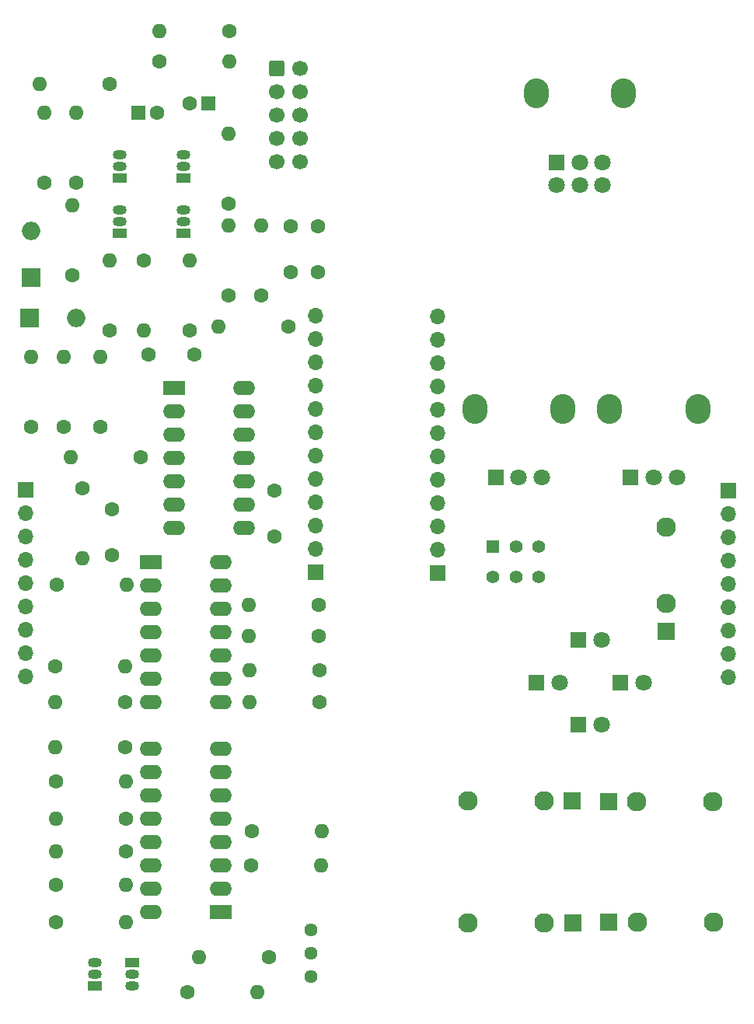
<source format=gbr>
%TF.GenerationSoftware,KiCad,Pcbnew,(6.0.1-0)*%
%TF.CreationDate,2023-01-31T22:38:11+01:00*%
%TF.ProjectId,Yusynth4lfo,59757379-6e74-4683-946c-666f2e6b6963,rev?*%
%TF.SameCoordinates,Original*%
%TF.FileFunction,Soldermask,Bot*%
%TF.FilePolarity,Negative*%
%FSLAX46Y46*%
G04 Gerber Fmt 4.6, Leading zero omitted, Abs format (unit mm)*
G04 Created by KiCad (PCBNEW (6.0.1-0)) date 2023-01-31 22:38:11*
%MOMM*%
%LPD*%
G01*
G04 APERTURE LIST*
G04 Aperture macros list*
%AMRoundRect*
0 Rectangle with rounded corners*
0 $1 Rounding radius*
0 $2 $3 $4 $5 $6 $7 $8 $9 X,Y pos of 4 corners*
0 Add a 4 corners polygon primitive as box body*
4,1,4,$2,$3,$4,$5,$6,$7,$8,$9,$2,$3,0*
0 Add four circle primitives for the rounded corners*
1,1,$1+$1,$2,$3*
1,1,$1+$1,$4,$5*
1,1,$1+$1,$6,$7*
1,1,$1+$1,$8,$9*
0 Add four rect primitives between the rounded corners*
20,1,$1+$1,$2,$3,$4,$5,0*
20,1,$1+$1,$4,$5,$6,$7,0*
20,1,$1+$1,$6,$7,$8,$9,0*
20,1,$1+$1,$8,$9,$2,$3,0*%
G04 Aperture macros list end*
%ADD10C,1.600000*%
%ADD11O,1.600000X1.600000*%
%ADD12R,1.600000X1.600000*%
%ADD13R,2.400000X1.600000*%
%ADD14O,2.400000X1.600000*%
%ADD15R,1.830000X1.930000*%
%ADD16C,2.130000*%
%ADD17R,1.800000X1.800000*%
%ADD18C,1.800000*%
%ADD19R,1.930000X1.830000*%
%ADD20R,1.500000X1.050000*%
%ADD21O,1.500000X1.050000*%
%ADD22C,1.440000*%
%ADD23R,1.400000X1.400000*%
%ADD24C,1.400000*%
%ADD25RoundRect,0.250000X-0.600000X-0.600000X0.600000X-0.600000X0.600000X0.600000X-0.600000X0.600000X0*%
%ADD26C,1.700000*%
%ADD27R,2.000000X2.000000*%
%ADD28O,2.000000X2.000000*%
%ADD29O,2.720000X3.240000*%
%ADD30R,1.700000X1.700000*%
%ADD31O,1.700000X1.700000*%
G04 APERTURE END LIST*
D10*
%TO.C,R32*%
X155000000Y-49500000D03*
D11*
X147380000Y-49500000D03*
%TD*%
D10*
%TO.C,R30*%
X171500000Y-72560000D03*
D11*
X171500000Y-64940000D03*
%TD*%
D12*
%TO.C,C3*%
X165755113Y-51600000D03*
D10*
X163755113Y-51600000D03*
%TD*%
D13*
%TO.C,U2*%
X162030000Y-82640000D03*
D14*
X162030000Y-85180000D03*
X162030000Y-87720000D03*
X162030000Y-90260000D03*
X162030000Y-92800000D03*
X162030000Y-95340000D03*
X162030000Y-97880000D03*
X169650000Y-97880000D03*
X169650000Y-95340000D03*
X169650000Y-92800000D03*
X169650000Y-90260000D03*
X169650000Y-87720000D03*
X169650000Y-85180000D03*
X169650000Y-82640000D03*
%TD*%
D10*
%TO.C,R12*%
X158750000Y-68690000D03*
D11*
X158750000Y-76310000D03*
%TD*%
D15*
%TO.C,J4*%
X209420000Y-140800000D03*
D16*
X220820000Y-140800000D03*
X212520000Y-140800000D03*
%TD*%
D17*
%TO.C,D5*%
X206125000Y-119300000D03*
D18*
X208665000Y-119300000D03*
%TD*%
D19*
%TO.C,J1*%
X215650000Y-109130000D03*
D16*
X215650000Y-97730000D03*
X215650000Y-106030000D03*
%TD*%
D10*
%TO.C,C4*%
X155300000Y-95800000D03*
X155300000Y-100800000D03*
%TD*%
D13*
%TO.C,U3*%
X159480000Y-101580000D03*
D14*
X159480000Y-104120000D03*
X159480000Y-106660000D03*
X159480000Y-109200000D03*
X159480000Y-111740000D03*
X159480000Y-114280000D03*
X159480000Y-116820000D03*
X167100000Y-116820000D03*
X167100000Y-114280000D03*
X167100000Y-111740000D03*
X167100000Y-109200000D03*
X167100000Y-106660000D03*
X167100000Y-104120000D03*
X167100000Y-101580000D03*
%TD*%
D20*
%TO.C,Q5*%
X156110000Y-65750000D03*
D21*
X156110000Y-64480000D03*
X156110000Y-63210000D03*
%TD*%
D10*
%TO.C,R28*%
X155000000Y-76310000D03*
D11*
X155000000Y-68690000D03*
%TD*%
D10*
%TO.C,R7*%
X163490000Y-148400000D03*
D11*
X171110000Y-148400000D03*
%TD*%
D10*
%TO.C,C6*%
X159250000Y-79000000D03*
X164250000Y-79000000D03*
%TD*%
D22*
%TO.C,RV3*%
X176950000Y-141630000D03*
X176950000Y-144170000D03*
X176950000Y-146710000D03*
%TD*%
D20*
%TO.C,Q1*%
X163110000Y-65790000D03*
D21*
X163110000Y-64520000D03*
X163110000Y-63250000D03*
%TD*%
D10*
%TO.C,R29*%
X177800000Y-106200000D03*
D11*
X170180000Y-106200000D03*
%TD*%
D10*
%TO.C,R6*%
X172350000Y-144580000D03*
D11*
X164730000Y-144580000D03*
%TD*%
D10*
%TO.C,R13*%
X150000000Y-86810000D03*
D11*
X150000000Y-79190000D03*
%TD*%
D20*
%TO.C,Q4*%
X156110000Y-59750000D03*
D21*
X156110000Y-58480000D03*
X156110000Y-57210000D03*
%TD*%
D10*
%TO.C,R8*%
X170540000Y-130880000D03*
D11*
X178160000Y-130880000D03*
%TD*%
D10*
%TO.C,R15*%
X168060000Y-43750000D03*
D11*
X160440000Y-43750000D03*
%TD*%
D10*
%TO.C,R19*%
X149190000Y-125400000D03*
D11*
X156810000Y-125400000D03*
%TD*%
D12*
%TO.C,C2*%
X158200000Y-52600000D03*
D10*
X160200000Y-52600000D03*
%TD*%
%TO.C,R2*%
X174510000Y-75900000D03*
D11*
X166890000Y-75900000D03*
%TD*%
D10*
%TO.C,R3*%
X168000000Y-72500000D03*
D11*
X168000000Y-64880000D03*
%TD*%
D10*
%TO.C,C5*%
X177750000Y-65000000D03*
X177750000Y-70000000D03*
%TD*%
%TO.C,R22*%
X156810000Y-133100000D03*
D11*
X149190000Y-133100000D03*
%TD*%
D10*
%TO.C,R35*%
X151400000Y-60210000D03*
D11*
X151400000Y-52590000D03*
%TD*%
D13*
%TO.C,U1*%
X167175000Y-139705000D03*
D14*
X167175000Y-137165000D03*
X167175000Y-134625000D03*
X167175000Y-132085000D03*
X167175000Y-129545000D03*
X167175000Y-127005000D03*
X167175000Y-124465000D03*
X167175000Y-121925000D03*
X159555000Y-121925000D03*
X159555000Y-124465000D03*
X159555000Y-127005000D03*
X159555000Y-129545000D03*
X159555000Y-132085000D03*
X159555000Y-134625000D03*
X159555000Y-137165000D03*
X159555000Y-139705000D03*
%TD*%
D17*
%TO.C,D4*%
X206075000Y-110050000D03*
D18*
X208615000Y-110050000D03*
%TD*%
D10*
%TO.C,R1*%
X163750000Y-76310000D03*
D11*
X163750000Y-68690000D03*
%TD*%
D10*
%TO.C,R14*%
X160440000Y-47000000D03*
D11*
X168060000Y-47000000D03*
%TD*%
D10*
%TO.C,R9*%
X170440000Y-134580000D03*
D11*
X178060000Y-134580000D03*
%TD*%
D10*
%TO.C,R4*%
X149190000Y-140800000D03*
D11*
X156810000Y-140800000D03*
%TD*%
D17*
%TO.C,D1*%
X201510000Y-114700000D03*
D18*
X204050000Y-114700000D03*
%TD*%
D10*
%TO.C,R24*%
X149100000Y-112900000D03*
D11*
X156720000Y-112900000D03*
%TD*%
D10*
%TO.C,R11*%
X156710000Y-121700000D03*
D11*
X149090000Y-121700000D03*
%TD*%
D10*
%TO.C,R27*%
X147900000Y-60210000D03*
D11*
X147900000Y-52590000D03*
%TD*%
D10*
%TO.C,R23*%
X177800000Y-109600000D03*
D11*
X170180000Y-109600000D03*
%TD*%
D15*
%TO.C,J6*%
X205430000Y-127550000D03*
D16*
X194030000Y-127550000D03*
X202330000Y-127550000D03*
%TD*%
D10*
%TO.C,R25*%
X177850000Y-113330000D03*
D11*
X170230000Y-113330000D03*
%TD*%
D23*
%TO.C,SW1*%
X196792500Y-99850000D03*
D24*
X199292500Y-99850000D03*
X201792500Y-99850000D03*
X196792500Y-103150000D03*
X199292500Y-103150000D03*
X201792500Y-103150000D03*
%TD*%
D25*
%TO.C,J3*%
X173247500Y-47800000D03*
D26*
X175787500Y-47800000D03*
X173247500Y-50340000D03*
X175787500Y-50340000D03*
X173247500Y-52880000D03*
X175787500Y-52880000D03*
X173247500Y-55420000D03*
X175787500Y-55420000D03*
X173247500Y-57960000D03*
X175787500Y-57960000D03*
%TD*%
D10*
%TO.C,R10*%
X149290000Y-104000000D03*
D11*
X156910000Y-104000000D03*
%TD*%
D20*
%TO.C,Q2*%
X157490000Y-145210000D03*
D21*
X157490000Y-146480000D03*
X157490000Y-147750000D03*
%TD*%
D27*
%TO.C,D3*%
X146500000Y-70540000D03*
D28*
X146500000Y-65460000D03*
%TD*%
D17*
%TO.C,D6*%
X210675000Y-114700000D03*
D18*
X213215000Y-114700000D03*
%TD*%
D29*
%TO.C,RV4*%
X201500000Y-50525000D03*
X211000000Y-50525000D03*
D17*
X203750000Y-58025000D03*
D18*
X206250000Y-58025000D03*
X208750000Y-58025000D03*
X203750000Y-60525000D03*
X206250000Y-60525000D03*
X208750000Y-60525000D03*
%TD*%
D10*
%TO.C,R33*%
X151000000Y-70310000D03*
D11*
X151000000Y-62690000D03*
%TD*%
D29*
%TO.C,RV1*%
X194800000Y-84875000D03*
X204400000Y-84875000D03*
D17*
X197100000Y-92375000D03*
D18*
X199600000Y-92375000D03*
X202100000Y-92375000D03*
%TD*%
D10*
%TO.C,R21*%
X156810000Y-129500000D03*
D11*
X149190000Y-129500000D03*
%TD*%
D10*
%TO.C,R5*%
X149190000Y-136700000D03*
D11*
X156810000Y-136700000D03*
%TD*%
D10*
%TO.C,C7*%
X174750000Y-65000000D03*
X174750000Y-70000000D03*
%TD*%
%TO.C,R26*%
X156700000Y-116830000D03*
D11*
X149080000Y-116830000D03*
%TD*%
D27*
%TO.C,D2*%
X146300000Y-75000000D03*
D28*
X151380000Y-75000000D03*
%TD*%
D20*
%TO.C,Q3*%
X153400000Y-147750000D03*
D21*
X153400000Y-146480000D03*
X153400000Y-145210000D03*
%TD*%
D15*
%TO.C,J2*%
X209370000Y-127600000D03*
D16*
X220770000Y-127600000D03*
X212470000Y-127600000D03*
%TD*%
D29*
%TO.C,RV2*%
X219100000Y-84875000D03*
X209500000Y-84875000D03*
D17*
X211800000Y-92375000D03*
D18*
X214300000Y-92375000D03*
X216800000Y-92375000D03*
%TD*%
D10*
%TO.C,C1*%
X173000000Y-93800000D03*
X173000000Y-98800000D03*
%TD*%
D15*
%TO.C,J5*%
X205480000Y-140850000D03*
D16*
X194080000Y-140850000D03*
X202380000Y-140850000D03*
%TD*%
D10*
%TO.C,R18*%
X146500000Y-86810000D03*
D11*
X146500000Y-79190000D03*
%TD*%
D10*
%TO.C,R31*%
X177850000Y-116830000D03*
D11*
X170230000Y-116830000D03*
%TD*%
D10*
%TO.C,R34*%
X168000000Y-62560000D03*
D11*
X168000000Y-54940000D03*
%TD*%
D10*
%TO.C,R16*%
X158410000Y-90100000D03*
D11*
X150790000Y-90100000D03*
%TD*%
D10*
%TO.C,R17*%
X154000000Y-86810000D03*
D11*
X154000000Y-79190000D03*
%TD*%
D10*
%TO.C,R20*%
X152100000Y-93490000D03*
D11*
X152100000Y-101110000D03*
%TD*%
D20*
%TO.C,Q6*%
X163110000Y-59770000D03*
D21*
X163110000Y-58500000D03*
X163110000Y-57230000D03*
%TD*%
D30*
%TO.C,J10*%
X145900000Y-93700000D03*
D31*
X145900000Y-96240000D03*
X145900000Y-98780000D03*
X145900000Y-101320000D03*
X145900000Y-103860000D03*
X145900000Y-106400000D03*
X145900000Y-108940000D03*
X145900000Y-111480000D03*
X145900000Y-114020000D03*
%TD*%
D30*
%TO.C,J8*%
X190800000Y-102750000D03*
D31*
X190800000Y-100210000D03*
X190800000Y-97670000D03*
X190800000Y-95130000D03*
X190800000Y-92590000D03*
X190800000Y-90050000D03*
X190800000Y-87510000D03*
X190800000Y-84970000D03*
X190800000Y-82430000D03*
X190800000Y-79890000D03*
X190800000Y-77350000D03*
X190800000Y-74810000D03*
%TD*%
D30*
%TO.C,J9*%
X222450000Y-93800000D03*
D31*
X222450000Y-96340000D03*
X222450000Y-98880000D03*
X222450000Y-101420000D03*
X222450000Y-103960000D03*
X222450000Y-106500000D03*
X222450000Y-109040000D03*
X222450000Y-111580000D03*
X222450000Y-114120000D03*
%TD*%
D30*
%TO.C,J7*%
X177500000Y-102660000D03*
D31*
X177500000Y-100120000D03*
X177500000Y-97580000D03*
X177500000Y-95040000D03*
X177500000Y-92500000D03*
X177500000Y-89960000D03*
X177500000Y-87420000D03*
X177500000Y-84880000D03*
X177500000Y-82340000D03*
X177500000Y-79800000D03*
X177500000Y-77260000D03*
X177500000Y-74720000D03*
%TD*%
M02*

</source>
